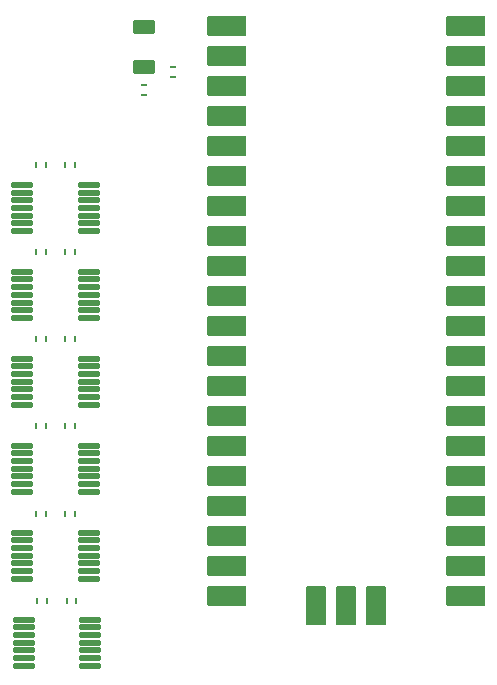
<source format=gtp>
G04 #@! TF.GenerationSoftware,KiCad,Pcbnew,8.0.3*
G04 #@! TF.CreationDate,2024-09-14T14:57:03+02:00*
G04 #@! TF.ProjectId,jitx-design,6a697478-2d64-4657-9369-676e2e6b6963,rev?*
G04 #@! TF.SameCoordinates,Original*
G04 #@! TF.FileFunction,Paste,Top*
G04 #@! TF.FilePolarity,Positive*
%FSLAX46Y46*%
G04 Gerber Fmt 4.6, Leading zero omitted, Abs format (unit mm)*
G04 Created by KiCad (PCBNEW 8.0.3) date 2024-09-14 14:57:03*
%MOMM*%
%LPD*%
G01*
G04 APERTURE LIST*
G04 Aperture macros list*
%AMRoundRect*
0 Rectangle with rounded corners*
0 $1 Rounding radius*
0 $2 $3 $4 $5 $6 $7 $8 $9 X,Y pos of 4 corners*
0 Add a 4 corners polygon primitive as box body*
4,1,4,$2,$3,$4,$5,$6,$7,$8,$9,$2,$3,0*
0 Add four circle primitives for the rounded corners*
1,1,$1+$1,$2,$3*
1,1,$1+$1,$4,$5*
1,1,$1+$1,$6,$7*
1,1,$1+$1,$8,$9*
0 Add four rect primitives between the rounded corners*
20,1,$1+$1,$2,$3,$4,$5,0*
20,1,$1+$1,$4,$5,$6,$7,0*
20,1,$1+$1,$6,$7,$8,$9,0*
20,1,$1+$1,$8,$9,$2,$3,0*%
G04 Aperture macros list end*
%ADD10R,0.600000X0.280278*%
%ADD11R,0.280278X0.600000*%
%ADD12RoundRect,0.051000X-0.850000X0.200000X-0.850000X-0.200000X0.850000X-0.200000X0.850000X0.200000X0*%
%ADD13RoundRect,0.051000X-0.850000X0.550000X-0.850000X-0.550000X0.850000X-0.550000X0.850000X0.550000X0*%
%ADD14RoundRect,0.051000X-1.600000X0.800000X-1.600000X-0.800000X1.600000X-0.800000X1.600000X0.800000X0*%
%ADD15RoundRect,0.051000X-0.800000X-1.600000X0.800000X-1.600000X0.800000X1.600000X-0.800000X1.600000X0*%
G04 APERTURE END LIST*
D10*
X139363090Y-82518934D03*
X139363090Y-83338656D03*
D11*
X128594240Y-105543839D03*
X127774518Y-105543839D03*
D10*
X136915062Y-84042448D03*
X136915062Y-84862170D03*
D12*
X126708407Y-129289039D03*
X126708407Y-129939039D03*
X126708407Y-130589039D03*
X126708407Y-131239039D03*
X126708407Y-131889039D03*
X126708407Y-132539039D03*
X126708407Y-133189039D03*
X132308407Y-133189039D03*
X132308407Y-132539039D03*
X132308407Y-131889039D03*
X132308407Y-131239039D03*
X132308407Y-130589039D03*
X132308407Y-129939039D03*
X132308407Y-129289039D03*
D11*
X128594240Y-120321538D03*
X127774518Y-120321538D03*
X128594240Y-98154989D03*
X127774518Y-98154989D03*
X130237886Y-120320808D03*
X131057608Y-120320808D03*
X128694240Y-127710388D03*
X127874518Y-127710388D03*
D12*
X126608407Y-99837902D03*
X126608407Y-100487902D03*
X126608407Y-101137902D03*
X126608407Y-101787902D03*
X126608407Y-102437902D03*
X126608407Y-103087902D03*
X126608407Y-103737902D03*
X132208407Y-103737902D03*
X132208407Y-103087902D03*
X132208407Y-102437902D03*
X132208407Y-101787902D03*
X132208407Y-101137902D03*
X132208407Y-100487902D03*
X132208407Y-99837902D03*
D11*
X130237886Y-105541650D03*
X131057608Y-105541650D03*
D12*
X126608407Y-121926255D03*
X126608407Y-122576255D03*
X126608407Y-123226255D03*
X126608407Y-123876255D03*
X126608407Y-124526255D03*
X126608407Y-125176255D03*
X126608407Y-125826255D03*
X132208407Y-125826255D03*
X132208407Y-125176255D03*
X132208407Y-124526255D03*
X132208407Y-123876255D03*
X132208407Y-123226255D03*
X132208407Y-122576255D03*
X132208407Y-121926255D03*
D11*
X128594240Y-112932689D03*
X127774518Y-112932689D03*
X130237886Y-98152070D03*
X131057608Y-98152070D03*
X130237886Y-112931229D03*
X131057608Y-112931229D03*
D12*
X126608407Y-114563471D03*
X126608407Y-115213471D03*
X126608407Y-115863471D03*
X126608407Y-116513471D03*
X126608407Y-117163471D03*
X126608407Y-117813471D03*
X126608407Y-118463471D03*
X132208407Y-118463471D03*
X132208407Y-117813471D03*
X132208407Y-117163471D03*
X132208407Y-116513471D03*
X132208407Y-115863471D03*
X132208407Y-115213471D03*
X132208407Y-114563471D03*
D13*
X136915062Y-82498588D03*
X136915062Y-79098588D03*
D11*
X128594240Y-90766140D03*
X127774518Y-90766140D03*
X130337886Y-127710388D03*
X131157608Y-127710388D03*
D12*
X126608407Y-92475118D03*
X126608407Y-93125118D03*
X126608407Y-93775118D03*
X126608407Y-94425118D03*
X126608407Y-95075118D03*
X126608407Y-95725118D03*
X126608407Y-96375118D03*
X132208407Y-96375118D03*
X132208407Y-95725118D03*
X132208407Y-95075118D03*
X132208407Y-94425118D03*
X132208407Y-93775118D03*
X132208407Y-93125118D03*
X132208407Y-92475118D03*
D14*
X143943466Y-79058410D03*
X143943466Y-81598410D03*
X143943466Y-84138410D03*
X143943466Y-86678410D03*
X143943466Y-89218410D03*
X143943466Y-91758410D03*
X143943466Y-94298410D03*
X143943466Y-96838410D03*
X143943466Y-99378410D03*
X143943466Y-101918410D03*
X143943466Y-104458410D03*
X143943466Y-106998410D03*
X143943466Y-109538410D03*
X143943466Y-112078410D03*
X143943466Y-114618410D03*
X143943466Y-117158410D03*
X143943466Y-119698410D03*
X143943466Y-122238410D03*
X143943466Y-124778410D03*
X143943466Y-127318410D03*
X164118466Y-127318410D03*
X164118466Y-124778410D03*
X164118466Y-122238410D03*
X164118466Y-119698410D03*
X164118466Y-117158410D03*
X164118466Y-114618410D03*
X164118466Y-112078410D03*
X164118466Y-109538410D03*
X164118466Y-106998410D03*
X164118466Y-104458410D03*
X164118466Y-101918410D03*
X164118466Y-99378410D03*
X164118466Y-96838410D03*
X164118466Y-94298410D03*
X164118466Y-91758410D03*
X164118466Y-89218410D03*
X164118466Y-86678410D03*
X164118466Y-84138410D03*
X164118466Y-81598410D03*
X164118466Y-79058410D03*
D15*
X151491466Y-128118410D03*
X154031466Y-128118410D03*
X156571466Y-128118410D03*
D11*
X130237886Y-90762491D03*
X131057608Y-90762491D03*
D12*
X126608407Y-107200687D03*
X126608407Y-107850687D03*
X126608407Y-108500687D03*
X126608407Y-109150687D03*
X126608407Y-109800687D03*
X126608407Y-110450687D03*
X126608407Y-111100687D03*
X132208407Y-111100687D03*
X132208407Y-110450687D03*
X132208407Y-109800687D03*
X132208407Y-109150687D03*
X132208407Y-108500687D03*
X132208407Y-107850687D03*
X132208407Y-107200687D03*
M02*

</source>
